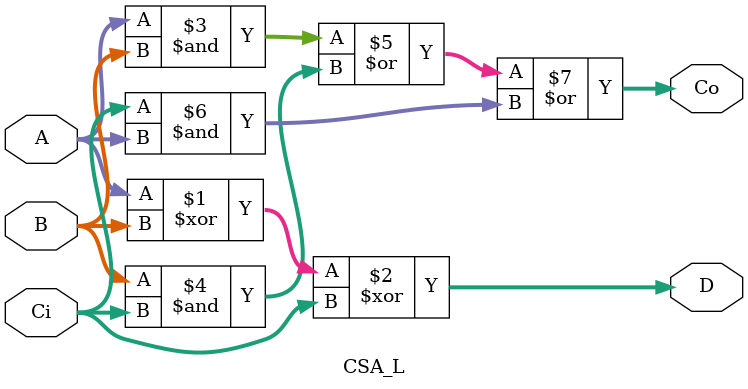
<source format=v>

module CSA_L (
        A,//
        B,//
        Ci,//
        D,//
        Co//
       );
parameter     DW = 8;
input [(DW-1):0]  A,B,Ci;
output[(DW-1):0]  D;
output[DW:1]  Co;
assign D = A ^ B ^ Ci;
assign Co = A & B | B & Ci | Ci & A;
endmodule


</source>
